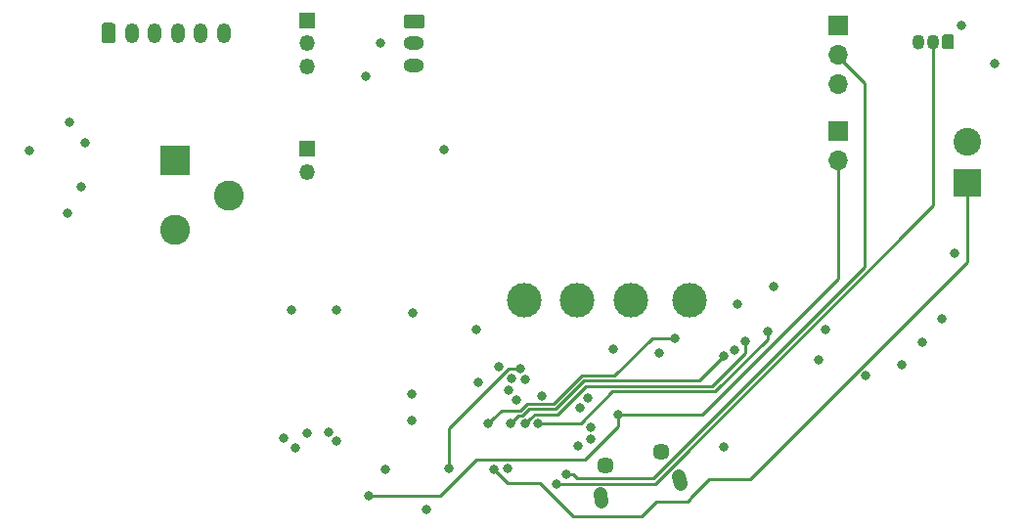
<source format=gbr>
G04 #@! TF.GenerationSoftware,KiCad,Pcbnew,(5.1.5-0-10_14)*
G04 #@! TF.CreationDate,2020-03-25T00:06:53-04:00*
G04 #@! TF.ProjectId,NUTS_PCB,4e555453-5f50-4434-922e-6b696361645f,rev?*
G04 #@! TF.SameCoordinates,Original*
G04 #@! TF.FileFunction,Copper,L3,Inr*
G04 #@! TF.FilePolarity,Positive*
%FSLAX46Y46*%
G04 Gerber Fmt 4.6, Leading zero omitted, Abs format (unit mm)*
G04 Created by KiCad (PCBNEW (5.1.5-0-10_14)) date 2020-03-25 00:06:53*
%MOMM*%
%LPD*%
G04 APERTURE LIST*
%ADD10O,1.700000X1.700000*%
%ADD11R,1.700000X1.700000*%
%ADD12C,2.400000*%
%ADD13R,2.400000X2.400000*%
%ADD14C,3.000000*%
%ADD15O,1.350000X1.350000*%
%ADD16R,1.350000X1.350000*%
%ADD17O,1.800000X1.200000*%
%ADD18C,0.100000*%
%ADD19O,1.050000X1.300000*%
%ADD20O,1.200000X1.750000*%
%ADD21C,2.600000*%
%ADD22R,2.600000X2.600000*%
%ADD23C,1.200000*%
%ADD24C,1.450000*%
%ADD25C,0.800000*%
%ADD26C,0.250000*%
G04 APERTURE END LIST*
D10*
X98425000Y-39370000D03*
D11*
X98425000Y-36830000D03*
D10*
X98425000Y-32766000D03*
X98425000Y-30226000D03*
D11*
X98425000Y-27686000D03*
D12*
X109601000Y-37775000D03*
D13*
X109601000Y-41275000D03*
D14*
X85568000Y-51435000D03*
X80518000Y-51435000D03*
D15*
X52451000Y-40354000D03*
D16*
X52451000Y-38354000D03*
D15*
X52451000Y-31210000D03*
X52451000Y-29210000D03*
D16*
X52451000Y-27210000D03*
D17*
X61722000Y-31110000D03*
X61722000Y-29210000D03*
G04 #@! TA.AperFunction,ViaPad*
D18*
G36*
X62396865Y-26711202D02*
G01*
X62421095Y-26714796D01*
X62444855Y-26720748D01*
X62467918Y-26729000D01*
X62490061Y-26739472D01*
X62511070Y-26752065D01*
X62530745Y-26766657D01*
X62548894Y-26783106D01*
X62565343Y-26801255D01*
X62579935Y-26820930D01*
X62592528Y-26841939D01*
X62603000Y-26864082D01*
X62611252Y-26887145D01*
X62617204Y-26910905D01*
X62620798Y-26935135D01*
X62622000Y-26959600D01*
X62622000Y-27660400D01*
X62620798Y-27684865D01*
X62617204Y-27709095D01*
X62611252Y-27732855D01*
X62603000Y-27755918D01*
X62592528Y-27778061D01*
X62579935Y-27799070D01*
X62565343Y-27818745D01*
X62548894Y-27836894D01*
X62530745Y-27853343D01*
X62511070Y-27867935D01*
X62490061Y-27880528D01*
X62467918Y-27891000D01*
X62444855Y-27899252D01*
X62421095Y-27905204D01*
X62396865Y-27908798D01*
X62372400Y-27910000D01*
X61071600Y-27910000D01*
X61047135Y-27908798D01*
X61022905Y-27905204D01*
X60999145Y-27899252D01*
X60976082Y-27891000D01*
X60953939Y-27880528D01*
X60932930Y-27867935D01*
X60913255Y-27853343D01*
X60895106Y-27836894D01*
X60878657Y-27818745D01*
X60864065Y-27799070D01*
X60851472Y-27778061D01*
X60841000Y-27755918D01*
X60832748Y-27732855D01*
X60826796Y-27709095D01*
X60823202Y-27684865D01*
X60822000Y-27660400D01*
X60822000Y-26959600D01*
X60823202Y-26935135D01*
X60826796Y-26910905D01*
X60832748Y-26887145D01*
X60841000Y-26864082D01*
X60851472Y-26841939D01*
X60864065Y-26820930D01*
X60878657Y-26801255D01*
X60895106Y-26783106D01*
X60913255Y-26766657D01*
X60932930Y-26752065D01*
X60953939Y-26739472D01*
X60976082Y-26729000D01*
X60999145Y-26720748D01*
X61022905Y-26714796D01*
X61047135Y-26711202D01*
X61071600Y-26710000D01*
X62372400Y-26710000D01*
X62396865Y-26711202D01*
G37*
G04 #@! TD.AperFunction*
D14*
X75819000Y-51435000D03*
X71247000Y-51435000D03*
G04 #@! TA.AperFunction,ViaPad*
D18*
G36*
X108249594Y-28434203D02*
G01*
X108273853Y-28437802D01*
X108297642Y-28443761D01*
X108320733Y-28452023D01*
X108342902Y-28462508D01*
X108363937Y-28475116D01*
X108383635Y-28489725D01*
X108401806Y-28506194D01*
X108418275Y-28524365D01*
X108432884Y-28544063D01*
X108445492Y-28565098D01*
X108455977Y-28587267D01*
X108464239Y-28610358D01*
X108470198Y-28634147D01*
X108473797Y-28658406D01*
X108475000Y-28682900D01*
X108475000Y-29483100D01*
X108473797Y-29507594D01*
X108470198Y-29531853D01*
X108464239Y-29555642D01*
X108455977Y-29578733D01*
X108445492Y-29600902D01*
X108432884Y-29621937D01*
X108418275Y-29641635D01*
X108401806Y-29659806D01*
X108383635Y-29676275D01*
X108363937Y-29690884D01*
X108342902Y-29703492D01*
X108320733Y-29713977D01*
X108297642Y-29722239D01*
X108273853Y-29728198D01*
X108249594Y-29731797D01*
X108225100Y-29733000D01*
X107674900Y-29733000D01*
X107650406Y-29731797D01*
X107626147Y-29728198D01*
X107602358Y-29722239D01*
X107579267Y-29713977D01*
X107557098Y-29703492D01*
X107536063Y-29690884D01*
X107516365Y-29676275D01*
X107498194Y-29659806D01*
X107481725Y-29641635D01*
X107467116Y-29621937D01*
X107454508Y-29600902D01*
X107444023Y-29578733D01*
X107435761Y-29555642D01*
X107429802Y-29531853D01*
X107426203Y-29507594D01*
X107425000Y-29483100D01*
X107425000Y-28682900D01*
X107426203Y-28658406D01*
X107429802Y-28634147D01*
X107435761Y-28610358D01*
X107444023Y-28587267D01*
X107454508Y-28565098D01*
X107467116Y-28544063D01*
X107481725Y-28524365D01*
X107498194Y-28506194D01*
X107516365Y-28489725D01*
X107536063Y-28475116D01*
X107557098Y-28462508D01*
X107579267Y-28452023D01*
X107602358Y-28443761D01*
X107626147Y-28437802D01*
X107650406Y-28434203D01*
X107674900Y-28433000D01*
X108225100Y-28433000D01*
X108249594Y-28434203D01*
G37*
G04 #@! TD.AperFunction*
D19*
X105410000Y-29083000D03*
X106680000Y-29083000D03*
D20*
X45275000Y-28321000D03*
X43275000Y-28321000D03*
X41275000Y-28321000D03*
X39275000Y-28321000D03*
X37275000Y-28321000D03*
G04 #@! TA.AperFunction,ViaPad*
D18*
G36*
X35649505Y-27447204D02*
G01*
X35673773Y-27450804D01*
X35697572Y-27456765D01*
X35720671Y-27465030D01*
X35742850Y-27475520D01*
X35763893Y-27488132D01*
X35783599Y-27502747D01*
X35801777Y-27519223D01*
X35818253Y-27537401D01*
X35832868Y-27557107D01*
X35845480Y-27578150D01*
X35855970Y-27600329D01*
X35864235Y-27623428D01*
X35870196Y-27647227D01*
X35873796Y-27671495D01*
X35875000Y-27695999D01*
X35875000Y-28946001D01*
X35873796Y-28970505D01*
X35870196Y-28994773D01*
X35864235Y-29018572D01*
X35855970Y-29041671D01*
X35845480Y-29063850D01*
X35832868Y-29084893D01*
X35818253Y-29104599D01*
X35801777Y-29122777D01*
X35783599Y-29139253D01*
X35763893Y-29153868D01*
X35742850Y-29166480D01*
X35720671Y-29176970D01*
X35697572Y-29185235D01*
X35673773Y-29191196D01*
X35649505Y-29194796D01*
X35625001Y-29196000D01*
X34924999Y-29196000D01*
X34900495Y-29194796D01*
X34876227Y-29191196D01*
X34852428Y-29185235D01*
X34829329Y-29176970D01*
X34807150Y-29166480D01*
X34786107Y-29153868D01*
X34766401Y-29139253D01*
X34748223Y-29122777D01*
X34731747Y-29104599D01*
X34717132Y-29084893D01*
X34704520Y-29063850D01*
X34694030Y-29041671D01*
X34685765Y-29018572D01*
X34679804Y-28994773D01*
X34676204Y-28970505D01*
X34675000Y-28946001D01*
X34675000Y-27695999D01*
X34676204Y-27671495D01*
X34679804Y-27647227D01*
X34685765Y-27623428D01*
X34694030Y-27600329D01*
X34704520Y-27578150D01*
X34717132Y-27557107D01*
X34731747Y-27537401D01*
X34748223Y-27519223D01*
X34766401Y-27502747D01*
X34786107Y-27488132D01*
X34807150Y-27475520D01*
X34829329Y-27465030D01*
X34852428Y-27456765D01*
X34876227Y-27450804D01*
X34900495Y-27447204D01*
X34924999Y-27446000D01*
X35625001Y-27446000D01*
X35649505Y-27447204D01*
G37*
G04 #@! TD.AperFunction*
D21*
X45721000Y-42370000D03*
X41021000Y-45370000D03*
D22*
X41021000Y-39370000D03*
D23*
X84653192Y-66660592D02*
X84810658Y-67342652D01*
X77990068Y-68917310D02*
X77832602Y-68235250D01*
D24*
X83150187Y-64595774D03*
X78278337Y-65720529D03*
D25*
X112014000Y-30988000D03*
X58801000Y-29210000D03*
X31877000Y-36068000D03*
X31750000Y-43942000D03*
X62814200Y-69570600D03*
X61544200Y-59563000D03*
X61544200Y-61849000D03*
X61595000Y-52527200D03*
X108483400Y-47371000D03*
X64312800Y-38430200D03*
X32922657Y-41626343D03*
X88544400Y-64109600D03*
X67284600Y-58521600D03*
X59258200Y-66090800D03*
X96739951Y-56577390D03*
X89763600Y-51816000D03*
X82956400Y-56032400D03*
X97307400Y-53949600D03*
X78994000Y-55676800D03*
X92837000Y-50292000D03*
X72786186Y-59715968D03*
X70132568Y-58230668D03*
X52451008Y-62992000D03*
X109093000Y-27660600D03*
X51155600Y-52273200D03*
X55041798Y-52324000D03*
X69850000Y-66040000D03*
X28397200Y-38481000D03*
X89509600Y-55753000D03*
X69051231Y-57177450D03*
X70561200Y-60096402D03*
X74066400Y-67335400D03*
X57581800Y-32054800D03*
X79375002Y-61366400D03*
X57785000Y-68376800D03*
X100787200Y-57988200D03*
X69926200Y-59232800D03*
X103936800Y-57048400D03*
X77012801Y-63500000D03*
X105714800Y-55092600D03*
X71358291Y-58273992D03*
X107416600Y-53086000D03*
X67081400Y-53949600D03*
X84302600Y-54711600D03*
X68173600Y-62116091D03*
X70104000Y-62077600D03*
X88544400Y-56286400D03*
X90424000Y-55016400D03*
X71381039Y-62130829D03*
X72491600Y-62077600D03*
X92329000Y-54178200D03*
X33274000Y-37795200D03*
X68630800Y-66090800D03*
X55041800Y-63601598D03*
X76733244Y-59938223D03*
X54331190Y-62841101D03*
X76131795Y-60737148D03*
X75893818Y-64049075D03*
X51435000Y-64262000D03*
X77013147Y-62471932D03*
X50419000Y-63373000D03*
X64744600Y-66040000D03*
X70942430Y-57353789D03*
X74904600Y-66497200D03*
D26*
X74632085Y-67335400D02*
X74066400Y-67335400D01*
X82575401Y-67335400D02*
X74632085Y-67335400D01*
X106680000Y-43230801D02*
X82575401Y-67335400D01*
X106680000Y-29083000D02*
X106680000Y-43230801D01*
X76482709Y-65227200D02*
X79375002Y-62334907D01*
X79375002Y-62334907D02*
X79375002Y-61932085D01*
X63982600Y-68376800D02*
X67132200Y-65227200D01*
X67132200Y-65227200D02*
X76482709Y-65227200D01*
X57785000Y-68376800D02*
X63982600Y-68376800D01*
X79375002Y-61932085D02*
X79375002Y-61366400D01*
X79940687Y-61366400D02*
X79375002Y-61366400D01*
X86635171Y-61366400D02*
X79940687Y-61366400D01*
X98425000Y-49576571D02*
X86635171Y-61366400D01*
X98425000Y-39370000D02*
X98425000Y-49576571D01*
X79088411Y-57944589D02*
X76266190Y-57944589D01*
X70919885Y-61009885D02*
X69279806Y-61009885D01*
X82321400Y-54711600D02*
X79088411Y-57944589D01*
X68573599Y-61716092D02*
X68173600Y-62116091D01*
X71488792Y-60440978D02*
X70919885Y-61009885D01*
X84302600Y-54711600D02*
X82321400Y-54711600D01*
X73769802Y-60440978D02*
X71488792Y-60440978D01*
X76266190Y-57944589D02*
X73769802Y-60440978D01*
X69279806Y-61009885D02*
X68573599Y-61716092D01*
X71675192Y-60890989D02*
X73956202Y-60890989D01*
X70721704Y-61459896D02*
X71106285Y-61459896D01*
X88144401Y-56686399D02*
X88544400Y-56286400D01*
X70104000Y-62077600D02*
X70721704Y-61459896D01*
X71106285Y-61459896D02*
X71675192Y-60890989D01*
X76452590Y-58394600D02*
X86436200Y-58394600D01*
X73956202Y-60890989D02*
X76452590Y-58394600D01*
X86436200Y-58394600D02*
X88144401Y-56686399D01*
X74142600Y-61341000D02*
X72170868Y-61341000D01*
X90424000Y-55016400D02*
X90424000Y-55981600D01*
X90424000Y-55981600D02*
X87528400Y-58877200D01*
X71781038Y-61730830D02*
X71381039Y-62130829D01*
X76606400Y-58877200D02*
X74142600Y-61341000D01*
X87528400Y-58877200D02*
X76606400Y-58877200D01*
X72170868Y-61341000D02*
X71781038Y-61730830D01*
X72491600Y-62077600D02*
X76174600Y-62077600D01*
X76174600Y-62077600D02*
X78892400Y-59359800D01*
X78892400Y-59359800D02*
X87782400Y-59359800D01*
X92329000Y-54813200D02*
X92329000Y-54178200D01*
X87782400Y-59359800D02*
X92329000Y-54813200D01*
X109601000Y-48183800D02*
X109601000Y-41275000D01*
X68630800Y-66090800D02*
X69826599Y-67286599D01*
X87299800Y-66979800D02*
X90805000Y-66979800D01*
X85687246Y-68592354D02*
X87299800Y-66979800D01*
X81457800Y-70129400D02*
X82702400Y-68884800D01*
X85687246Y-68617754D02*
X85687246Y-68592354D01*
X90805000Y-66979800D02*
X109601000Y-48183800D01*
X82702400Y-68884800D02*
X85420200Y-68884800D01*
X85420200Y-68884800D02*
X85687246Y-68617754D01*
X75484802Y-70129400D02*
X81457800Y-70129400D01*
X72642001Y-67286599D02*
X75484802Y-70129400D01*
X69826599Y-67286599D02*
X72642001Y-67286599D01*
X70376745Y-57353789D02*
X70942430Y-57353789D01*
X64744600Y-62509400D02*
X69900211Y-57353789D01*
X64744600Y-66040000D02*
X64744600Y-62509400D01*
X69900211Y-57353789D02*
X70376745Y-57353789D01*
X75470285Y-66497200D02*
X74904600Y-66497200D01*
X82402592Y-66871799D02*
X75844884Y-66871799D01*
X100711000Y-32639000D02*
X100711000Y-48563391D01*
X98425000Y-30226000D02*
X98425000Y-30353000D01*
X100711000Y-48563391D02*
X82402592Y-66871799D01*
X75844884Y-66871799D02*
X75470285Y-66497200D01*
X98425000Y-30353000D02*
X100711000Y-32639000D01*
M02*

</source>
